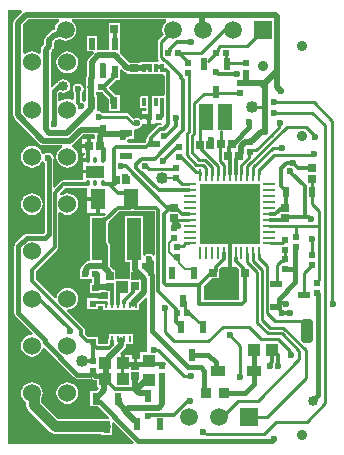
<source format=gbr>
%TF.GenerationSoftware,Altium Limited,Altium Designer,20.2.5 (213)*%
G04 Layer_Physical_Order=1*
G04 Layer_Color=255*
%FSLAX25Y25*%
%MOIN*%
%TF.SameCoordinates,C9AA4840-3426-47ED-90B3-6D3E683A03ED*%
%TF.FilePolarity,Positive*%
%TF.FileFunction,Copper,L1,Top,Signal*%
%TF.Part,Single*%
G01*
G75*
%TA.AperFunction,SMDPad,CuDef*%
%ADD10R,0.02362X0.03937*%
G04:AMPARAMS|DCode=11|XSize=62.99mil|YSize=39.37mil|CornerRadius=3.94mil|HoleSize=0mil|Usage=FLASHONLY|Rotation=0.000|XOffset=0mil|YOffset=0mil|HoleType=Round|Shape=RoundedRectangle|*
%AMROUNDEDRECTD11*
21,1,0.06299,0.03150,0,0,0.0*
21,1,0.05512,0.03937,0,0,0.0*
1,1,0.00787,0.02756,-0.01575*
1,1,0.00787,-0.02756,-0.01575*
1,1,0.00787,-0.02756,0.01575*
1,1,0.00787,0.02756,0.01575*
%
%ADD11ROUNDEDRECTD11*%
G04:AMPARAMS|DCode=12|XSize=11.81mil|YSize=17.72mil|CornerRadius=1.18mil|HoleSize=0mil|Usage=FLASHONLY|Rotation=0.000|XOffset=0mil|YOffset=0mil|HoleType=Round|Shape=RoundedRectangle|*
%AMROUNDEDRECTD12*
21,1,0.01181,0.01535,0,0,0.0*
21,1,0.00945,0.01772,0,0,0.0*
1,1,0.00236,0.00472,-0.00768*
1,1,0.00236,-0.00472,-0.00768*
1,1,0.00236,-0.00472,0.00768*
1,1,0.00236,0.00472,0.00768*
%
%ADD12ROUNDEDRECTD12*%
%ADD13R,0.09646X0.06693*%
%ADD14R,0.00984X0.02362*%
%ADD15R,0.04921X0.03740*%
%ADD16R,0.02480X0.03268*%
%ADD17R,0.03347X0.03543*%
%ADD18R,0.02165X0.02362*%
%ADD19R,0.20472X0.20472*%
%ADD20O,0.04134X0.00984*%
%ADD21O,0.00984X0.04134*%
G04:AMPARAMS|DCode=22|XSize=13.39mil|YSize=29.53mil|CornerRadius=1.34mil|HoleSize=0mil|Usage=FLASHONLY|Rotation=0.000|XOffset=0mil|YOffset=0mil|HoleType=Round|Shape=RoundedRectangle|*
%AMROUNDEDRECTD22*
21,1,0.01339,0.02685,0,0,0.0*
21,1,0.01071,0.02953,0,0,0.0*
1,1,0.00268,0.00535,-0.01343*
1,1,0.00268,-0.00535,-0.01343*
1,1,0.00268,-0.00535,0.01343*
1,1,0.00268,0.00535,0.01343*
%
%ADD22ROUNDEDRECTD22*%
G04:AMPARAMS|DCode=23|XSize=64.17mil|YSize=56.3mil|CornerRadius=5.63mil|HoleSize=0mil|Usage=FLASHONLY|Rotation=0.000|XOffset=0mil|YOffset=0mil|HoleType=Round|Shape=RoundedRectangle|*
%AMROUNDEDRECTD23*
21,1,0.06417,0.04504,0,0,0.0*
21,1,0.05291,0.05630,0,0,0.0*
1,1,0.01126,0.02646,-0.02252*
1,1,0.01126,-0.02646,-0.02252*
1,1,0.01126,-0.02646,0.02252*
1,1,0.01126,0.02646,0.02252*
%
%ADD23ROUNDEDRECTD23*%
G04:AMPARAMS|DCode=24|XSize=39.37mil|YSize=78.74mil|CornerRadius=9.84mil|HoleSize=0mil|Usage=FLASHONLY|Rotation=180.000|XOffset=0mil|YOffset=0mil|HoleType=Round|Shape=RoundedRectangle|*
%AMROUNDEDRECTD24*
21,1,0.03937,0.05906,0,0,180.0*
21,1,0.01968,0.07874,0,0,180.0*
1,1,0.01968,-0.00984,0.02953*
1,1,0.01968,0.00984,0.02953*
1,1,0.01968,0.00984,-0.02953*
1,1,0.01968,-0.00984,-0.02953*
%
%ADD24ROUNDEDRECTD24*%
%ADD25R,0.04724X0.14173*%
%ADD26R,0.04528X0.08661*%
%ADD27R,0.05118X0.07087*%
%ADD28R,0.03937X0.03937*%
%ADD29R,0.02520X0.02677*%
%ADD30R,0.02677X0.02520*%
%ADD31R,0.02362X0.02165*%
%ADD32R,0.03937X0.02362*%
%ADD33R,0.03937X0.03937*%
%ADD34C,0.04000*%
%TA.AperFunction,Conductor*%
%ADD35C,0.01800*%
%ADD36C,0.00800*%
%ADD37C,0.01400*%
%ADD38C,0.01181*%
%ADD39C,0.01200*%
%ADD40C,0.02000*%
%ADD41C,0.01000*%
%ADD42C,0.01500*%
%ADD43C,0.01700*%
%ADD44C,0.00850*%
%ADD45C,0.03500*%
%ADD46C,0.03000*%
%TA.AperFunction,ComponentPad*%
%ADD47C,0.06000*%
%ADD48R,0.05906X0.05906*%
%ADD49C,0.05906*%
%TA.AperFunction,ViaPad*%
%ADD50C,0.03543*%
%ADD51C,0.02362*%
%ADD52C,0.02400*%
%ADD53C,0.03347*%
G36*
X17378Y141650D02*
X16966Y141334D01*
X16397Y140592D01*
X16039Y139727D01*
X15918Y138812D01*
X15848D01*
X15224Y138688D01*
X14694Y138335D01*
X12899Y136539D01*
X12546Y136010D01*
X12421Y135386D01*
Y133962D01*
X11761Y133301D01*
X11407Y132771D01*
X11283Y132147D01*
Y130958D01*
X10683Y130696D01*
X10130Y131121D01*
X9254Y131483D01*
X8314Y131607D01*
X7374Y131483D01*
X6498Y131121D01*
X5931Y130686D01*
X5331Y130933D01*
Y140492D01*
X7089Y142250D01*
X17174D01*
X17378Y141650D01*
D02*
G37*
G36*
X53000Y141437D02*
X52866Y141334D01*
X52297Y140592D01*
X51939Y139727D01*
X51817Y138800D01*
X51939Y137873D01*
X52216Y137202D01*
X50653Y135639D01*
X50410Y135275D01*
X50324Y134846D01*
X50324Y134846D01*
Y129662D01*
X50324Y129662D01*
X50410Y129233D01*
X50653Y128869D01*
X50448Y128285D01*
X50300Y128153D01*
X50120Y128188D01*
X49049D01*
X48763Y128131D01*
X48600Y128023D01*
X48438Y128131D01*
X48151Y128188D01*
X47080D01*
X46794Y128131D01*
X46632Y128023D01*
X46469Y128131D01*
X46183Y128188D01*
X45112D01*
X44826Y128131D01*
X44702Y128049D01*
X44160Y127910D01*
X44160Y127910D01*
Y127910D01*
X44160Y127910D01*
X40687D01*
X37541Y131056D01*
X37621Y131656D01*
X37621D01*
Y136793D01*
X37621D01*
X37710Y137340D01*
X37710Y137340D01*
X37710Y137356D01*
Y141060D01*
X33833D01*
Y137340D01*
X33932D01*
X34059Y136793D01*
X34059D01*
Y131926D01*
X30448D01*
X30141Y132178D01*
Y136793D01*
X26579D01*
Y131656D01*
X28654D01*
X28902Y131056D01*
X27206Y129360D01*
X26853Y128831D01*
X26728Y128207D01*
Y127344D01*
X26579D01*
Y124752D01*
X26547Y124594D01*
Y123381D01*
X26504Y123316D01*
X26380Y122692D01*
Y121283D01*
X26246D01*
Y119951D01*
X26176Y119600D01*
X26246Y119248D01*
Y117917D01*
X26357D01*
Y115024D01*
X25757Y114736D01*
X25395Y114978D01*
X25098Y115037D01*
X25025Y115109D01*
Y117779D01*
X25378Y118307D01*
X25516Y119001D01*
X25378Y119696D01*
X24984Y120286D01*
X24395Y120679D01*
X23700Y120817D01*
X23005Y120679D01*
X22416Y120286D01*
X22022Y119696D01*
X21884Y119001D01*
X22022Y118307D01*
X22375Y117779D01*
Y115723D01*
X21775Y115442D01*
X21065Y115735D01*
X20125Y115859D01*
X19185Y115735D01*
X18309Y115373D01*
X17738Y114934D01*
X17138Y115177D01*
Y117763D01*
X17634Y118140D01*
X17913Y117954D01*
X18800Y117778D01*
X19687Y117954D01*
X20439Y118456D01*
X20941Y119208D01*
X21118Y120095D01*
X20941Y120982D01*
X20439Y121734D01*
X19687Y122237D01*
X18800Y122413D01*
X17913Y122237D01*
X17161Y121734D01*
X16973Y121453D01*
X16950Y121448D01*
X16503Y121150D01*
X16503Y121150D01*
X15145Y119792D01*
X14545Y120041D01*
Y131471D01*
X15206Y132132D01*
X15560Y132661D01*
X15684Y133286D01*
Y134710D01*
X16524Y135550D01*
X16824D01*
X17449Y135674D01*
X17603Y135777D01*
X17708Y135697D01*
X18573Y135339D01*
X19500Y135217D01*
X20427Y135339D01*
X21292Y135697D01*
X22034Y136266D01*
X22603Y137008D01*
X22961Y137873D01*
X23083Y138800D01*
X22961Y139727D01*
X22603Y140592D01*
X22034Y141334D01*
X21622Y141650D01*
X21826Y142250D01*
X53000D01*
Y141437D01*
D02*
G37*
G36*
X38944Y125039D02*
X39473Y124685D01*
X40098Y124561D01*
X40440Y124123D01*
Y124033D01*
X44160D01*
Y124033D01*
X44760Y124108D01*
X44826Y124064D01*
X45112Y124007D01*
X46183D01*
X46469Y124064D01*
X46632Y124172D01*
X46794Y124064D01*
X47080Y124007D01*
X48151D01*
X48438Y124064D01*
X48600Y124172D01*
X48763Y124064D01*
X49049Y124007D01*
X50120D01*
X50406Y124064D01*
X50568Y124172D01*
X50731Y124064D01*
X51017Y124007D01*
X52088D01*
X52571Y123529D01*
Y117249D01*
X52088Y116771D01*
X51017D01*
X50731Y116714D01*
X50568Y116606D01*
X50406Y116714D01*
X50120Y116771D01*
X49049D01*
X49019Y116765D01*
X48969Y116840D01*
X48594Y117091D01*
X48216Y117166D01*
Y114680D01*
X47016D01*
Y117166D01*
X46638Y117091D01*
X46263Y116840D01*
X46213Y116765D01*
X46183Y116771D01*
X45112D01*
X44826Y116714D01*
X44583Y116552D01*
X44420Y116309D01*
X44364Y116023D01*
Y113338D01*
X44420Y113051D01*
X44583Y112809D01*
X44826Y112646D01*
X45112Y112590D01*
X46183D01*
X46184Y112590D01*
X46261Y112523D01*
X46263Y112520D01*
X46270Y112516D01*
X46549Y112274D01*
X46461Y111677D01*
X45098D01*
Y110195D01*
X47280D01*
Y109595D01*
X47879D01*
Y107512D01*
X49461D01*
Y107912D01*
X51209D01*
X51522Y107312D01*
X51384Y107114D01*
X51000D01*
X50536Y107021D01*
X50142Y106758D01*
X50142Y106758D01*
X47126Y103742D01*
X46862Y103348D01*
X46770Y102884D01*
X46475Y102404D01*
X46475D01*
Y101600D01*
X46308Y101488D01*
X45944Y101123D01*
X40178D01*
X39984Y101716D01*
X40378Y102305D01*
X40433Y102582D01*
X42163D01*
Y105429D01*
X42232Y105528D01*
X42763Y105871D01*
X43200Y105784D01*
X43895Y105922D01*
X44484Y106316D01*
X44878Y106905D01*
X44896Y106996D01*
X45098Y107512D01*
X45599Y107512D01*
X46679D01*
Y108994D01*
X44933D01*
X44498Y108863D01*
X44484Y108884D01*
X43895Y109278D01*
X43200Y109416D01*
X42505Y109278D01*
X42207Y109079D01*
X40593Y110693D01*
X40229Y110936D01*
X39800Y111022D01*
X39800Y111022D01*
X31893D01*
X31784Y111184D01*
X31195Y111578D01*
X30581Y111700D01*
X30491Y111726D01*
X30046Y112237D01*
Y116993D01*
X29620D01*
Y117917D01*
X31837D01*
X31877Y117859D01*
X33881Y115854D01*
Y114513D01*
X33964Y114098D01*
Y111856D01*
X37526D01*
Y116993D01*
X36125D01*
X35970Y117226D01*
X33913Y119283D01*
X33872Y119487D01*
X33834Y119544D01*
X36124Y121833D01*
X36374Y122207D01*
X37621D01*
Y125578D01*
X38176Y125807D01*
X38944Y125039D01*
D02*
G37*
G36*
X4925Y144700D02*
X2547Y142322D01*
X2193Y141793D01*
X2069Y141168D01*
Y110315D01*
X2193Y109691D01*
X2547Y109162D01*
X10961Y100747D01*
X11491Y100393D01*
X12115Y100269D01*
X18296D01*
X18416Y99669D01*
X18309Y99625D01*
X17558Y99048D01*
X16980Y98296D01*
X16618Y97420D01*
X16494Y96480D01*
X16618Y95540D01*
X16980Y94665D01*
X17558Y93913D01*
X18309Y93336D01*
X19185Y92973D01*
X20125Y92849D01*
X21065Y92973D01*
X21940Y93336D01*
X22693Y93913D01*
X23270Y94665D01*
X23632Y95540D01*
X23756Y96480D01*
X23632Y97420D01*
X23270Y98296D01*
X22693Y99048D01*
X21940Y99625D01*
X21599Y99766D01*
X21661Y100390D01*
X21675Y100393D01*
X22205Y100747D01*
X25393Y103935D01*
X28915D01*
X29296Y103471D01*
X29280Y103390D01*
Y102360D01*
X27889D01*
Y100100D01*
X27289D01*
Y99500D01*
X24950D01*
Y97840D01*
X25946D01*
X26005Y97240D01*
X25932Y97226D01*
X25562Y96978D01*
X25315Y96609D01*
X25229Y96172D01*
Y96005D01*
X26841D01*
Y94805D01*
X25229D01*
Y94637D01*
X25315Y94201D01*
X25496Y93931D01*
X25331Y93685D01*
X25223Y93141D01*
Y92166D01*
X29400D01*
Y90966D01*
X25223D01*
Y89991D01*
X25331Y89448D01*
X25481Y89223D01*
X25185Y88623D01*
X18800D01*
X18332Y88530D01*
X17935Y88265D01*
X15892Y86222D01*
X15337Y86452D01*
Y95159D01*
X15331Y95191D01*
X15408Y95305D01*
X15546Y96000D01*
X15408Y96695D01*
X15014Y97284D01*
X14425Y97678D01*
X13730Y97816D01*
X13035Y97678D01*
X12446Y97284D01*
X12445Y97282D01*
X11821Y97420D01*
X11459Y98296D01*
X10882Y99048D01*
X10130Y99625D01*
X9254Y99988D01*
X8314Y100111D01*
X7374Y99988D01*
X6498Y99625D01*
X5746Y99048D01*
X5169Y98296D01*
X4807Y97420D01*
X4683Y96480D01*
X4807Y95540D01*
X5169Y94665D01*
X5746Y93913D01*
X6498Y93336D01*
X7374Y92973D01*
X8314Y92849D01*
X9254Y92973D01*
X10130Y93336D01*
X10882Y93913D01*
X11459Y94665D01*
X11573Y94942D01*
X12140Y94997D01*
X12585Y94558D01*
Y71331D01*
X11964Y70710D01*
X6506D01*
X5979Y70606D01*
X5533Y70307D01*
X2827Y67602D01*
X2528Y67155D01*
X2424Y66628D01*
Y44400D01*
X2528Y43873D01*
X2827Y43427D01*
X8562Y37692D01*
X8345Y37192D01*
X8289Y37116D01*
X7374Y36995D01*
X6498Y36633D01*
X5746Y36056D01*
X5169Y35304D01*
X4807Y34428D01*
X4683Y33488D01*
X4807Y32548D01*
X5169Y31672D01*
X5746Y30920D01*
X6498Y30343D01*
X7374Y29981D01*
X8314Y29857D01*
X9254Y29981D01*
X10130Y30343D01*
X10882Y30920D01*
X11459Y31672D01*
X11821Y32548D01*
X11844Y32724D01*
X12413Y32917D01*
X22394Y22935D01*
X22841Y22637D01*
X23368Y22532D01*
X27774D01*
X28264Y22629D01*
X28466Y22427D01*
X28466Y22427D01*
X28912Y22129D01*
X29439Y22024D01*
X30080D01*
Y19831D01*
X30310D01*
X30558Y19231D01*
X29791Y18464D01*
X27749D01*
Y13327D01*
X29828D01*
X29961Y13301D01*
X29961Y13301D01*
X30410D01*
X34141Y9570D01*
X33911Y9015D01*
X31489D01*
Y8996D01*
X16893D01*
X11230Y14658D01*
Y15627D01*
X11459Y15924D01*
X11821Y16800D01*
X11945Y17740D01*
X11821Y18680D01*
X11459Y19556D01*
X10882Y20308D01*
X10130Y20885D01*
X9254Y21247D01*
X8314Y21371D01*
X7374Y21247D01*
X6498Y20885D01*
X5746Y20308D01*
X5169Y19556D01*
X4807Y18680D01*
X4683Y17740D01*
X4807Y16800D01*
X5169Y15924D01*
X5746Y15172D01*
X6438Y14642D01*
Y13666D01*
X6438Y13666D01*
X6621Y12749D01*
X7140Y11971D01*
X14206Y4906D01*
X14206Y4906D01*
X14983Y4386D01*
X15900Y4204D01*
X31489D01*
Y3878D01*
X35051D01*
Y7875D01*
X35605Y8105D01*
X39836Y3875D01*
X39836Y3875D01*
X42410Y1300D01*
X42162Y700D01*
X400Y700D01*
Y145300D01*
X4676D01*
X4925Y144700D01*
D02*
G37*
G36*
X26765Y83043D02*
X30324D01*
Y82443D01*
X30924D01*
Y77900D01*
X32812D01*
X33042Y77345D01*
X32507Y76810D01*
X32357D01*
X32239Y76787D01*
X27632D01*
Y61813D01*
X27414D01*
X26790Y61688D01*
X26261Y61335D01*
X25089Y60163D01*
X24735Y59634D01*
X24626Y59083D01*
X24280D01*
Y55717D01*
X28269D01*
Y54383D01*
X27627D01*
Y51017D01*
X31189D01*
Y51303D01*
X32340D01*
Y51290D01*
X33777D01*
Y49800D01*
X33814Y49610D01*
Y49458D01*
X33714Y49343D01*
X33214Y49042D01*
X32988Y49087D01*
X32988Y49087D01*
X30183D01*
Y49254D01*
X26817D01*
Y45692D01*
X30183D01*
Y46844D01*
X31987D01*
Y45268D01*
X44013D01*
Y47473D01*
X46116Y49576D01*
X46671Y49347D01*
Y38473D01*
X46700Y38325D01*
Y31320D01*
X44398D01*
Y29210D01*
X43400D01*
Y26872D01*
X42200D01*
Y29210D01*
X41720D01*
Y30569D01*
X39351D01*
Y27600D01*
X38151D01*
Y30569D01*
X37960D01*
X37730Y31123D01*
X39154Y32546D01*
X39507Y33075D01*
X39631Y33700D01*
Y33969D01*
X42045D01*
Y37532D01*
X33955D01*
Y35856D01*
X33809Y35638D01*
X33716Y35169D01*
Y34257D01*
X33402Y33943D01*
X30422D01*
X30242Y34123D01*
X30183Y34163D01*
Y36408D01*
X27081D01*
X25953Y37536D01*
Y38692D01*
X25859Y39160D01*
X25594Y39557D01*
X20119Y45033D01*
X20364Y45636D01*
X21065Y45729D01*
X21940Y46091D01*
X22693Y46668D01*
X23270Y47420D01*
X23632Y48296D01*
X23756Y49236D01*
X23632Y50176D01*
X23270Y51052D01*
X22693Y51804D01*
X21940Y52381D01*
X21065Y52743D01*
X20125Y52867D01*
X19185Y52743D01*
X18309Y52381D01*
X17558Y51804D01*
X16980Y51052D01*
X16618Y50176D01*
X16533Y49535D01*
X15900Y49320D01*
X10919Y54301D01*
X10919Y54301D01*
X9623Y55597D01*
Y58393D01*
X16776Y65546D01*
X17041Y65943D01*
X17134Y66411D01*
Y77789D01*
X17734Y78029D01*
X18309Y77587D01*
X19185Y77225D01*
X20125Y77101D01*
X21065Y77225D01*
X21940Y77587D01*
X22693Y78165D01*
X23270Y78917D01*
X23632Y79792D01*
X23756Y80732D01*
X23632Y81672D01*
X23270Y82548D01*
X22693Y83300D01*
X21940Y83877D01*
X21065Y84240D01*
X20125Y84363D01*
X19185Y84240D01*
X18309Y83877D01*
X18054Y83680D01*
X17406Y83940D01*
X17361Y84231D01*
X19307Y86177D01*
X26765D01*
Y83043D01*
D02*
G37*
G36*
X38189Y78300D02*
X44507D01*
Y78316D01*
X49210D01*
Y63728D01*
X48610Y63546D01*
X48584Y63584D01*
X47995Y63978D01*
X47300Y64116D01*
X46605Y63978D01*
X46016Y63584D01*
X45968Y63512D01*
X45368Y63694D01*
Y76787D01*
X39443D01*
Y61413D01*
X40971D01*
Y58810D01*
X40840D01*
Y55817D01*
X36060D01*
Y58710D01*
X35550D01*
X35254Y59153D01*
X34430Y59977D01*
X34431Y59983D01*
Y66698D01*
X34307Y67322D01*
X33953Y67851D01*
X33557Y68248D01*
Y74506D01*
X33878Y74721D01*
X37475Y78318D01*
X38189D01*
Y78300D01*
D02*
G37*
G36*
X77280Y58962D02*
Y48695D01*
X65706D01*
Y53559D01*
X68170Y56022D01*
X68287Y56046D01*
X70736D01*
Y58447D01*
X70760Y58565D01*
Y59120D01*
X71440Y59800D01*
X72000D01*
X76433Y59809D01*
X77280Y58962D01*
D02*
G37*
%LPC*%
G36*
X20125Y131607D02*
X19185Y131483D01*
X18309Y131121D01*
X17558Y130544D01*
X16980Y129792D01*
X16618Y128916D01*
X16494Y127976D01*
X16618Y127036D01*
X16980Y126161D01*
X17558Y125409D01*
X18309Y124832D01*
X19185Y124469D01*
X20125Y124345D01*
X21065Y124469D01*
X21940Y124832D01*
X22693Y125409D01*
X23270Y126161D01*
X23632Y127036D01*
X23756Y127976D01*
X23632Y128916D01*
X23270Y129792D01*
X22693Y130544D01*
X21940Y131121D01*
X21065Y131483D01*
X20125Y131607D01*
D02*
G37*
G36*
X26689Y102360D02*
X24950D01*
Y100700D01*
X26689D01*
Y102360D01*
D02*
G37*
G36*
X8314Y84363D02*
X7374Y84240D01*
X6498Y83877D01*
X5746Y83300D01*
X5169Y82548D01*
X4807Y81672D01*
X4683Y80732D01*
X4807Y79792D01*
X5169Y78917D01*
X5746Y78165D01*
X6498Y77587D01*
X7374Y77225D01*
X8314Y77101D01*
X9254Y77225D01*
X10130Y77587D01*
X10882Y78165D01*
X11459Y78917D01*
X11821Y79792D01*
X11945Y80732D01*
X11821Y81672D01*
X11459Y82548D01*
X10882Y83300D01*
X10130Y83877D01*
X9254Y84240D01*
X8314Y84363D01*
D02*
G37*
G36*
X20125Y21371D02*
X19185Y21247D01*
X18309Y20885D01*
X17558Y20308D01*
X16980Y19556D01*
X16618Y18680D01*
X16494Y17740D01*
X16618Y16800D01*
X16980Y15924D01*
X17558Y15172D01*
X18309Y14595D01*
X19185Y14233D01*
X20125Y14109D01*
X21065Y14233D01*
X21940Y14595D01*
X22693Y15172D01*
X23270Y15924D01*
X23632Y16800D01*
X23756Y17740D01*
X23632Y18680D01*
X23270Y19556D01*
X22693Y20308D01*
X21940Y20885D01*
X21065Y21247D01*
X20125Y21371D01*
D02*
G37*
G36*
X29724Y81843D02*
X26765D01*
Y77900D01*
X29724D01*
Y81843D01*
D02*
G37*
%LPD*%
D10*
X28360Y124776D02*
D03*
X32100D02*
D03*
X35840D02*
D03*
Y134224D02*
D03*
X32100D02*
D03*
X28360D02*
D03*
X61628Y30377D02*
D03*
X57888Y39825D02*
D03*
X65368D02*
D03*
X73289Y127435D02*
D03*
X65808D02*
D03*
X69548Y117987D02*
D03*
X58700Y48276D02*
D03*
X54960Y57724D02*
D03*
X62440D02*
D03*
X37010Y15896D02*
D03*
X29530D02*
D03*
X33270Y6447D02*
D03*
X47100Y16824D02*
D03*
X50840Y7376D02*
D03*
X43360D02*
D03*
X35745Y114424D02*
D03*
X28265D02*
D03*
X32005Y104976D02*
D03*
D11*
X29400Y91566D02*
D03*
D12*
X26841Y87727D02*
D03*
X29400D02*
D03*
X31959D02*
D03*
X26841Y95405D02*
D03*
X29400D02*
D03*
X31959D02*
D03*
D13*
X38000Y41400D02*
D03*
D14*
X33079Y35750D02*
D03*
X35047D02*
D03*
X37016D02*
D03*
X38984D02*
D03*
X40953D02*
D03*
X42921D02*
D03*
X33079Y47050D02*
D03*
X35047D02*
D03*
X37016D02*
D03*
X38984D02*
D03*
X40953D02*
D03*
X42921D02*
D03*
D15*
X82205Y25200D02*
D03*
X70394D02*
D03*
D16*
X101780Y84600D02*
D03*
X93020D02*
D03*
D17*
X66349Y17913D02*
D03*
X72451D02*
D03*
D18*
X101600Y60427D02*
D03*
Y63773D02*
D03*
X28500Y25127D02*
D03*
Y28473D02*
D03*
Y44127D02*
D03*
Y47473D02*
D03*
Y34627D02*
D03*
Y37973D02*
D03*
X96400Y69773D02*
D03*
Y66427D02*
D03*
X51800Y23427D02*
D03*
Y26773D02*
D03*
X81000Y101473D02*
D03*
Y98127D02*
D03*
X79760Y124438D02*
D03*
Y127785D02*
D03*
X60400Y127773D02*
D03*
Y124427D02*
D03*
X57190Y99837D02*
D03*
Y96490D02*
D03*
X56200Y89427D02*
D03*
Y92773D02*
D03*
X92500Y68648D02*
D03*
Y65302D02*
D03*
X77749Y117779D02*
D03*
Y121125D02*
D03*
X103300Y54373D02*
D03*
Y51027D02*
D03*
X92500Y59127D02*
D03*
Y62473D02*
D03*
X56500Y66273D02*
D03*
Y62927D02*
D03*
X55800Y69444D02*
D03*
Y72791D02*
D03*
D19*
X74214Y77426D02*
D03*
D20*
X87305Y87269D02*
D03*
Y85300D02*
D03*
Y83332D02*
D03*
Y81363D02*
D03*
Y79395D02*
D03*
Y77426D02*
D03*
Y75458D02*
D03*
Y73489D02*
D03*
Y71521D02*
D03*
Y69552D02*
D03*
Y67584D02*
D03*
X61124D02*
D03*
Y69552D02*
D03*
Y71521D02*
D03*
Y73489D02*
D03*
Y75458D02*
D03*
Y77426D02*
D03*
Y79395D02*
D03*
Y81363D02*
D03*
Y83332D02*
D03*
Y85300D02*
D03*
Y87269D02*
D03*
D21*
X84057Y64335D02*
D03*
X82088D02*
D03*
X80120D02*
D03*
X78151D02*
D03*
X76183D02*
D03*
X74214D02*
D03*
X72246D02*
D03*
X70277D02*
D03*
X68309D02*
D03*
X66340D02*
D03*
X64372D02*
D03*
Y90517D02*
D03*
X66340D02*
D03*
X68309D02*
D03*
X70277D02*
D03*
X72246D02*
D03*
X74214D02*
D03*
X76183D02*
D03*
X78151D02*
D03*
X80120D02*
D03*
X82088D02*
D03*
X84057D02*
D03*
D22*
X51553Y126098D02*
D03*
X49584D02*
D03*
X47616D02*
D03*
X45647D02*
D03*
X51553Y114680D02*
D03*
X49584D02*
D03*
X47616D02*
D03*
X45647D02*
D03*
D23*
X48600Y120389D02*
D03*
D24*
X100100Y38400D02*
D03*
D25*
X30595Y69100D02*
D03*
X42406D02*
D03*
D26*
X72551Y109800D02*
D03*
X66449D02*
D03*
D27*
X41348Y82443D02*
D03*
X30324D02*
D03*
D28*
X82249Y32200D02*
D03*
X88351D02*
D03*
X38751Y22400D02*
D03*
X32649D02*
D03*
Y27600D02*
D03*
X38751D02*
D03*
D29*
X42700Y53328D02*
D03*
Y56872D02*
D03*
X42800Y23328D02*
D03*
Y26872D02*
D03*
X42300Y122428D02*
D03*
Y125972D02*
D03*
X34200Y53228D02*
D03*
Y56772D02*
D03*
X92600Y79572D02*
D03*
Y76028D02*
D03*
X55500Y79572D02*
D03*
Y76028D02*
D03*
X101700Y92672D02*
D03*
Y89128D02*
D03*
D30*
X32228Y139200D02*
D03*
X35772D02*
D03*
X27289Y100100D02*
D03*
X30832D02*
D03*
X39772Y88700D02*
D03*
X36228D02*
D03*
X64219Y100287D02*
D03*
X67762D02*
D03*
X71319Y100758D02*
D03*
X74862D02*
D03*
X77172Y96900D02*
D03*
X73628D02*
D03*
X75830Y57847D02*
D03*
X79373D02*
D03*
X72341Y57906D02*
D03*
X68798D02*
D03*
D31*
X26061Y52700D02*
D03*
X29408D02*
D03*
X31373Y119600D02*
D03*
X28027D02*
D03*
X47280Y109595D02*
D03*
X50626D02*
D03*
X26061Y57400D02*
D03*
X29408D02*
D03*
X57073Y131200D02*
D03*
X53727D02*
D03*
X73073D02*
D03*
X69727D02*
D03*
X56727Y44500D02*
D03*
X60073D02*
D03*
D32*
X39595Y104363D02*
D03*
Y96883D02*
D03*
X49044Y100623D02*
D03*
X99124Y50300D02*
D03*
X89676Y46560D02*
D03*
Y54040D02*
D03*
D33*
X38300Y53249D02*
D03*
Y59351D02*
D03*
X47367Y22249D02*
D03*
Y28351D02*
D03*
D34*
X51700Y89400D02*
D03*
X81800Y113100D02*
D03*
X24916Y28470D02*
D03*
D35*
X48200Y38473D02*
X60373Y26300D01*
X48020Y57759D02*
X48128Y57652D01*
Y57254D02*
Y57652D01*
Y57254D02*
X48200Y57182D01*
Y38473D02*
Y57182D01*
X48020Y57759D02*
Y61364D01*
X47408Y61977D02*
X48020Y61364D01*
X47408Y61977D02*
Y62040D01*
X47255Y62192D02*
X47408Y62040D01*
X45946Y59970D02*
Y60122D01*
X47192Y61369D01*
Y62192D01*
X47300Y62300D01*
X45946Y59834D02*
X48020Y57759D01*
X45946Y59834D02*
Y59970D01*
X65600Y18662D02*
Y25246D01*
X60373Y26300D02*
X64546D01*
X65600Y25246D01*
X82205Y20906D02*
Y32323D01*
X79213Y17913D02*
X82205Y20906D01*
X72451Y17913D02*
X79213D01*
X69516Y26079D02*
X70394Y25200D01*
X69516Y26079D02*
Y27984D01*
X67123Y30377D02*
X69516Y27984D01*
X61628Y30377D02*
X67123D01*
X65600Y18662D02*
X66349Y17913D01*
X38572Y27265D02*
X46694D01*
D36*
X55117Y68663D02*
X55800Y69346D01*
X55378Y63511D02*
X55414D01*
X56262Y62663D01*
X62637Y56937D02*
Y58068D01*
X55800Y69346D02*
Y69542D01*
X54014Y64875D02*
Y67616D01*
Y64875D02*
X55378Y63511D01*
X54014Y67616D02*
X55061Y68663D01*
X55117D01*
X56262Y62663D02*
X56779Y62146D01*
X59315Y59046D02*
X61659D01*
X57183Y61179D02*
X59315Y59046D01*
X57183Y61179D02*
Y62146D01*
X56779D02*
X57183D01*
X61659Y59046D02*
X62637Y58068D01*
X64372Y89785D02*
Y90517D01*
X64287Y89700D02*
X64372Y89785D01*
X51700Y89400D02*
X56173D01*
D37*
X52314Y54520D02*
X53134Y53700D01*
X52314Y63001D02*
Y77380D01*
X63973Y53700D02*
X64089D01*
X52314Y54520D02*
Y63001D01*
X53134Y53700D02*
X63973D01*
X64059Y47369D02*
Y53670D01*
X52314Y77380D02*
X54755Y79820D01*
X88351Y28012D02*
Y32200D01*
X87500Y27160D02*
X88351Y28012D01*
X87500Y26900D02*
Y27160D01*
X88351Y32200D02*
X90300Y30251D01*
Y26900D02*
Y30251D01*
X90944Y45479D02*
X91460Y44963D01*
X90944Y45479D02*
Y46079D01*
X91460Y44579D02*
Y44963D01*
X90463Y46560D02*
X90944Y46079D01*
X91460Y44579D02*
X91644Y44394D01*
X90754Y47285D02*
X91064Y47595D01*
X92985D01*
X93120Y47460D01*
X92028Y44394D02*
X94400D01*
X90029Y46560D02*
X90463D01*
X67619Y57346D02*
X68159D01*
X68707Y57894D02*
Y58000D01*
X68159Y57346D02*
X68707Y57894D01*
X63973Y53700D02*
X67619Y57346D01*
X78169Y47369D02*
X79373Y48573D01*
Y57847D01*
X64059Y47369D02*
X78169D01*
X93020Y84600D02*
Y84994D01*
Y80210D02*
Y84600D01*
X94400Y91688D02*
X94743Y91344D01*
X95294Y94500D02*
X95303Y94509D01*
X93183Y94500D02*
X95294D01*
X91300Y92617D02*
X93183Y94500D01*
X91300Y86714D02*
Y92617D01*
X97128Y92672D02*
X101700D01*
X95300Y94500D02*
X97128Y92672D01*
X94743Y91157D02*
X99225Y86675D01*
X94743Y91157D02*
Y91344D01*
X37900Y93500D02*
X38084Y93316D01*
X39593D01*
X52384Y103484D02*
X52990D01*
X56200Y106694D02*
Y109400D01*
X52990Y103484D02*
X56200Y106694D01*
X52200Y103300D02*
X52384Y103484D01*
X92775Y79965D02*
X93020Y80210D01*
X39593Y93316D02*
X53089Y79820D01*
X54755D01*
X91879Y79860D02*
Y79965D01*
X89455Y77435D02*
X91879Y79860D01*
X91300Y86714D02*
X93020Y84994D01*
X69548Y124680D02*
X69809D01*
X70388Y124100D01*
X76700D01*
X76800Y124200D01*
X54755Y79820D02*
X55252D01*
X55500Y79572D01*
X100508Y76442D02*
X100842Y76108D01*
X98841Y76442D02*
X100508D01*
X93801D02*
X98841D01*
X99225Y76826D02*
Y86675D01*
X75432Y101021D02*
X75631Y101221D01*
X75392Y101021D02*
X75432D01*
X80785Y108185D02*
X80800Y108200D01*
X23700Y114560D02*
Y119001D01*
Y114560D02*
X24700Y113560D01*
Y113300D02*
Y113560D01*
X31592Y99379D02*
X31959Y99013D01*
D38*
X49732Y79530D02*
X50424Y78838D01*
Y51602D02*
Y78838D01*
Y51602D02*
X50600Y51425D01*
X41933Y80413D02*
X42816Y79530D01*
X49732D01*
X47984Y100623D02*
X48453D01*
X47451D02*
X47984D01*
X49584Y126295D02*
X51553D01*
X47984Y101156D02*
Y102884D01*
X51000Y105900D01*
X52256D01*
X53785Y107429D01*
Y124618D01*
X51651Y125310D02*
X53093D01*
X53785Y124618D01*
X51553Y126098D02*
Y126295D01*
Y125409D02*
Y126098D01*
Y125409D02*
X51651Y125310D01*
X47451Y100623D02*
X47984Y101156D01*
X47174Y100623D02*
X47451D01*
X41269Y80856D02*
Y81943D01*
D39*
X33013Y75587D02*
X36968Y79542D01*
X41062D02*
X41933Y80413D01*
X36968Y79542D02*
X41062D01*
X46450Y99900D02*
X47174Y100623D01*
X35500Y89360D02*
Y99197D01*
X36203Y99900D02*
X46450D01*
X35500Y99197D02*
X36203Y99900D01*
X56171Y44355D02*
Y45854D01*
X41269Y81943D02*
Y83419D01*
X39763Y83449D02*
X41269Y81943D01*
X34111Y87432D02*
X37043Y84500D01*
X31959Y87432D02*
X34111D01*
X56281Y41432D02*
X57888Y39825D01*
X56281Y41432D02*
Y44153D01*
X55671Y10544D02*
X59910Y14783D01*
X60694D02*
X60916Y15006D01*
X59910Y14783D02*
X60694D01*
X48144Y10354D02*
X48334Y10544D01*
X55671D01*
X47322Y10354D02*
X48144D01*
X47100Y10131D02*
X47322Y10354D01*
X69536Y58565D02*
Y59627D01*
X68971Y58000D02*
X69536Y58565D01*
Y59627D02*
X72246Y62336D01*
X73489Y96600D02*
X74070Y97181D01*
X74214Y64335D02*
Y77426D01*
X47035Y109595D02*
X47616Y110176D01*
X31935Y139200D02*
X32100Y139035D01*
X55900Y74208D02*
X56127Y74435D01*
X55800Y72791D02*
Y74435D01*
X48039Y27265D02*
X52300D01*
X32100Y138216D02*
Y139035D01*
Y134224D02*
Y138216D01*
X55800Y72594D02*
Y72791D01*
X68707Y58000D02*
X68971D01*
X28498Y28472D02*
X28500Y28473D01*
X24918Y28472D02*
X28498D01*
X24916Y28470D02*
X24918Y28472D01*
X49168Y95836D02*
X58628Y105297D01*
Y122238D01*
X58117Y122749D02*
X58628Y122238D01*
X58117Y122749D02*
Y123298D01*
X53174Y128242D02*
X58117Y123298D01*
X54308Y132396D02*
X56560Y134647D01*
X53727Y131200D02*
X53825D01*
X54308Y131683D01*
Y132396D01*
X43148Y94027D02*
X44958Y95836D01*
X43148Y92852D02*
Y94027D01*
X44958Y95836D02*
X49168D01*
X36160Y88700D02*
X36228D01*
X35500Y89360D02*
X36160Y88700D01*
X51543Y110020D02*
Y114285D01*
X76183Y61790D02*
Y62868D01*
Y61790D02*
X78635Y59338D01*
Y58507D02*
Y59338D01*
X72246Y62336D02*
Y64335D01*
X74214Y58491D02*
Y64335D01*
X50700Y85300D02*
X60828D01*
X43148Y92852D02*
X50700Y85300D01*
X56281Y44153D02*
X56374D01*
X87609Y77435D02*
X89455D01*
X10054Y53436D02*
X15925Y47565D01*
X24729Y37029D02*
Y38692D01*
X8400Y55090D02*
Y58900D01*
X10054Y53436D02*
X10054D01*
X8400Y55090D02*
X10054Y53436D01*
X15925Y47496D02*
X24729Y38692D01*
X15925Y47496D02*
Y47565D01*
X34939Y33750D02*
Y35169D01*
X33909Y32720D02*
X34939Y33750D01*
X29915Y32720D02*
X33909D01*
X28500Y33258D02*
X29376D01*
X29915Y32720D01*
X34100Y56872D02*
Y58000D01*
Y56872D02*
X34200Y56772D01*
X42058Y52608D02*
X42406D01*
X40613Y50080D02*
X40766D01*
X42040Y51355D02*
Y52590D01*
X42058Y52608D01*
X40766Y50080D02*
X42040Y51355D01*
X38994Y48461D02*
X40613Y50080D01*
X38994Y47631D02*
Y48461D01*
X50600Y51425D02*
X56171Y45854D01*
X78635Y58507D02*
X79141Y58000D01*
X35921Y87432D02*
X36068Y87580D01*
X34111Y87432D02*
X35921D01*
X36689Y88161D02*
Y88200D01*
X36108Y87580D02*
X36689Y88161D01*
X36068Y87580D02*
X36108D01*
X37043Y84500D02*
X39724D01*
X30595Y69100D02*
Y73824D01*
X32357Y75587D02*
X33013D01*
X30595Y73824D02*
X32357Y75587D01*
X11490Y48310D02*
X20844Y38956D01*
Y38452D02*
Y38956D01*
X8300Y49228D02*
X9218Y48310D01*
X11490D01*
X37856Y19206D02*
X37860Y19202D01*
X33062Y22044D02*
X35901Y19206D01*
X37860Y19202D02*
X42700D01*
X35901Y19206D02*
X37856D01*
X87600Y77426D02*
X87609Y77435D01*
X76183Y90812D02*
Y95632D01*
X56560Y134647D02*
X61047D01*
X61300Y134900D01*
X35000Y49800D02*
X35038Y49762D01*
X34200Y52835D02*
X34594D01*
X34821Y52608D01*
Y52084D02*
Y52608D01*
Y52084D02*
X35000Y51905D01*
Y49800D02*
Y51905D01*
X46206Y110176D02*
X46787Y109595D01*
X44024Y110176D02*
X46206D01*
X43700Y110500D02*
X44024Y110176D01*
X18800Y87400D02*
X26809D01*
X15911Y84511D02*
X18800Y87400D01*
X15911Y66411D02*
Y84511D01*
X8400Y58900D02*
X15911Y66411D01*
X24729Y37029D02*
X26747Y35011D01*
X27919D01*
X26809Y87400D02*
X26841Y87432D01*
X28500Y33258D02*
Y34430D01*
X27919Y35011D02*
X28500Y34430D01*
X58457Y77426D02*
X60828D01*
X56321Y79562D02*
X58457Y77426D01*
X55800Y74435D02*
Y75625D01*
X74600Y53390D02*
Y53475D01*
X26841Y95700D02*
Y99652D01*
X27289Y100100D01*
X39763Y83449D02*
Y84926D01*
X41269Y83419D01*
X47616Y110176D02*
Y114483D01*
X46787Y109595D02*
X47035D01*
X37387Y52705D02*
X38500D01*
X37250Y52568D02*
X37387Y52705D01*
X37250Y51717D02*
Y52568D01*
X37016Y51484D02*
X37250Y51717D01*
X37016Y47306D02*
Y51484D01*
X35038Y47315D02*
X35047Y47306D01*
X35038Y47315D02*
Y49762D01*
X33062Y22044D02*
Y22300D01*
X28500Y28965D02*
Y33000D01*
X87600Y75458D02*
X91629D01*
X74911Y100461D02*
Y100539D01*
X74070Y97181D02*
Y99620D01*
X74911Y100461D01*
X74214Y90812D02*
Y95835D01*
X73489Y96561D02*
X74214Y95835D01*
X73489Y96561D02*
Y96600D01*
X35105Y114513D02*
X35784Y113834D01*
X35105Y114513D02*
Y116361D01*
X32742Y118724D02*
X35105Y116361D01*
X32742Y118724D02*
Y119019D01*
X32161Y119600D02*
X32742Y119019D01*
X47367Y27938D02*
X48039Y27265D01*
X35840Y134224D02*
Y138381D01*
X36039Y138579D01*
Y138973D01*
X35840Y134224D02*
X35900Y134284D01*
X36039Y138973D02*
X36265Y139200D01*
X35259Y122698D02*
Y124195D01*
X32161Y119600D02*
X35259Y122698D01*
X31865Y119600D02*
X32161D01*
X35259Y124195D02*
X35840Y124776D01*
X41202Y71500D02*
X42100Y70602D01*
D40*
X84600Y121027D02*
X86032D01*
X79700D02*
X84600D01*
X85925Y119702D02*
Y120920D01*
X84600Y121027D02*
X85925Y119702D01*
Y105131D02*
Y119702D01*
X89953Y124948D02*
Y143445D01*
Y119672D02*
Y124948D01*
X86032Y121027D02*
X89953Y124948D01*
Y125000D01*
X41937Y47306D02*
Y47704D01*
X45560Y51327D01*
Y55840D01*
X42602Y58798D02*
X45560Y55840D01*
X30398Y69100D02*
X32800Y66698D01*
X51700Y19900D02*
X51732Y19932D01*
X40258Y12913D02*
X50528D01*
X51700Y14084D01*
Y19900D01*
X33062Y23400D02*
Y27756D01*
X39190Y11844D02*
X40258Y12913D01*
X65100Y143881D02*
X89516D01*
X89953Y119672D02*
X91194Y118430D01*
X91263D01*
X85925Y120920D02*
X86032Y121027D01*
X85931Y104967D02*
Y105125D01*
X85925Y105131D02*
X85931Y105125D01*
X84628Y104731D02*
X85931D01*
X79760Y121087D02*
Y124438D01*
X77749Y121027D02*
X79700D01*
X32083Y104204D02*
X40185D01*
X77292Y96820D02*
Y96942D01*
X24717Y105566D02*
X32005D01*
X30911Y100100D02*
Y103390D01*
X79700Y121027D02*
X79760Y121087D01*
X33062Y22556D02*
Y23400D01*
X26061Y57400D02*
X26160D01*
X26243Y57483D01*
Y59009D01*
X27414Y60181D01*
X31919D01*
X12900Y105672D02*
X14072Y104500D01*
X19974D01*
X12900Y110309D02*
X12914Y110323D01*
X12900Y105672D02*
Y110309D01*
X3700Y110315D02*
X12115Y101900D01*
X21051D02*
X24717Y105566D01*
X42602Y58798D02*
Y68102D01*
X47111Y22662D02*
X47367D01*
X43149Y18700D02*
X47111Y22662D01*
X32468Y21705D02*
X33062Y22300D01*
X81000Y101473D02*
Y101580D01*
Y101375D02*
Y101473D01*
X51732Y19932D02*
Y23359D01*
X51800Y23427D01*
X77292Y96942D02*
X78069Y97719D01*
X79241Y101292D02*
X80917D01*
X78069Y97719D02*
Y100121D01*
X79241Y101292D01*
X14053Y133286D02*
Y135386D01*
X12914Y132147D02*
X14053Y133286D01*
X12914Y110323D02*
Y132147D01*
X32649Y27600D02*
X33617Y28569D01*
Y29317D02*
X38000Y33700D01*
X33617Y28569D02*
Y29317D01*
X38000Y33700D02*
Y35495D01*
X31919Y60181D02*
X32602D01*
X31919D02*
X34100Y58000D01*
X32602Y60181D02*
X32800Y59983D01*
X37191Y14259D02*
Y15714D01*
X37010Y15896D02*
X37191Y15714D01*
Y14259D02*
X39398Y12052D01*
X29530Y15896D02*
X32468Y18834D01*
X80917Y101292D02*
X81000Y101375D01*
Y101580D02*
X81119Y101699D01*
X81596D01*
X42319Y126192D02*
X42500Y126011D01*
X40098Y126192D02*
X42319D01*
X27830Y119600D02*
X28011Y119781D01*
X27807Y119600D02*
X27988Y119419D01*
X47164Y126331D02*
X47252Y126244D01*
X42700Y19202D02*
Y22935D01*
Y19149D02*
Y19202D01*
X45505Y126153D02*
X45684Y126331D01*
X27807Y119600D02*
X27830D01*
X14053Y135386D02*
X15848Y137181D01*
X12115Y101900D02*
X21051D01*
X42602Y68102D02*
Y69100D01*
X28011Y119781D02*
Y120952D01*
X28011Y120953D02*
Y122692D01*
X28011Y120952D02*
X28011Y120953D01*
Y122692D02*
X28179Y122859D01*
Y124594D01*
X28360Y124776D01*
Y128207D01*
X27988Y114071D02*
Y119419D01*
Y114071D02*
X28225Y113834D01*
X81596Y101699D02*
X84628Y104731D01*
X85931D02*
X86000Y104800D01*
X6413Y143881D02*
X65100D01*
Y139100D02*
X65400Y138800D01*
X65100Y139100D02*
Y143881D01*
X28360Y128207D02*
X30448Y130295D01*
X35995D02*
X40098Y126192D01*
X30448Y130295D02*
X35995D01*
X19974Y104500D02*
X27946Y112472D01*
X3700Y110315D02*
Y141168D01*
X18443Y138800D02*
X19500D01*
X16824Y137181D02*
X18443Y138800D01*
X15848Y137181D02*
X16824D01*
X27946Y112472D02*
Y113554D01*
X28225Y113834D01*
X3700Y141168D02*
X6413Y143881D01*
X42642Y126153D02*
X45505D01*
X45684Y126331D02*
X47164D01*
X31904Y104383D02*
X32083Y104204D01*
X30911Y103390D02*
X31904Y104383D01*
X32800Y59983D02*
Y66698D01*
X30430Y52935D02*
X34200D01*
X30195Y52700D02*
X30430Y52935D01*
X29900Y52700D02*
X30195D01*
X29900D02*
Y57400D01*
X39190Y11844D02*
X42690Y8344D01*
X47100Y16824D02*
Y17612D01*
X46919Y17793D02*
X47100Y17612D01*
X44056Y17793D02*
X46919D01*
X43149Y18700D02*
X44056Y17793D01*
X42700Y19149D02*
X43149Y18700D01*
X42690Y8344D02*
X43159D01*
X43340Y8163D01*
X32468Y18834D02*
Y21705D01*
D41*
X53983Y28410D02*
X59080Y23312D01*
X61274D01*
X97483Y28982D02*
Y31817D01*
X99600Y22900D02*
Y31963D01*
X91700Y37600D02*
X97483Y31817D01*
X92147Y39416D02*
X99600Y31963D01*
X77022Y15000D02*
X83500D01*
X71622Y9600D02*
X77022Y15000D01*
X83500D02*
X97483Y28982D01*
X94254Y30577D02*
X94515Y30317D01*
X87784Y39416D02*
X92147D01*
X85000Y42200D02*
Y58831D01*
Y42200D02*
X87784Y39416D01*
X94254Y30577D02*
Y31845D01*
X84500Y35900D02*
X90200D01*
X94254Y31845D01*
X87000Y37600D02*
X91700D01*
X83400Y41200D02*
X87000Y37600D01*
X80700Y39700D02*
X84500Y35900D01*
X89263Y41800D02*
X98800D01*
X86607Y44456D02*
X89263Y41800D01*
X86500Y9800D02*
X99600Y22900D01*
X80600Y9600D02*
X80800Y9800D01*
X86500D01*
X98800Y41800D02*
X99400Y41200D01*
X53983Y28410D02*
Y28410D01*
X50453Y31939D02*
X53983Y28410D01*
X53983D02*
X53983D01*
X65183Y41294D02*
X65384Y41093D01*
X63874Y41294D02*
X65183D01*
X61965Y43202D02*
X63874Y41294D01*
X61965Y43202D02*
Y43202D01*
X58700Y49063D02*
X59381Y48382D01*
Y45794D02*
Y48382D01*
Y45794D02*
X60925Y44250D01*
X55797Y34982D02*
X67138D01*
X71856Y39700D01*
X80700D01*
X74302Y36935D02*
Y36935D01*
X77700Y23065D02*
Y33537D01*
X74302Y36935D02*
X77700Y33537D01*
Y23065D02*
X77829Y22936D01*
X83400Y41200D02*
Y58168D01*
X86607Y44456D02*
Y55677D01*
X82099Y61732D02*
X85000Y58831D01*
X86607Y55677D02*
X86638Y55708D01*
Y60209D01*
X84276Y62572D02*
X86638Y60209D01*
X85547Y3947D02*
X89800Y8200D01*
X99900D02*
X106000Y14300D01*
X89800Y8200D02*
X99900D01*
X92500Y62375D02*
Y65400D01*
X89863Y54040D02*
Y60309D01*
X91917Y61792D02*
X92500Y62375D01*
X89863Y60309D02*
X91346Y61792D01*
X91917D01*
X80121Y61447D02*
X83400Y58168D01*
X104075Y55500D02*
Y73375D01*
X49000Y32200D02*
X49261Y31939D01*
X50453D01*
X52542Y38237D02*
Y46116D01*
Y38237D02*
X55797Y34982D01*
X74911Y100539D02*
X75392Y101021D01*
X56520Y74872D02*
X57106Y75458D01*
X55800Y74435D02*
X56127D01*
X47111Y27938D02*
X47367D01*
X42831Y35585D02*
Y38144D01*
X38338Y22300D02*
Y27500D01*
X38572Y27265D01*
X89953Y143445D02*
X90016Y143381D01*
X89516Y143881D02*
X89953Y143445D01*
X92994Y75635D02*
X93801Y76442D01*
X92600Y75635D02*
X92994D01*
X30911Y100061D02*
Y100100D01*
X66253Y3947D02*
X85547D01*
X56500Y62901D02*
X57083Y62318D01*
X56500Y62901D02*
Y62927D01*
X64372Y90517D02*
Y91468D01*
X56200Y89525D02*
X58366Y87359D01*
X56173Y89400D02*
X56200Y89427D01*
X104075Y73375D02*
Y78329D01*
X53032Y128242D02*
X53174D01*
X51446Y129662D02*
X52433Y128674D01*
X52599D02*
X53032Y128242D01*
X52433Y128674D02*
X52599D01*
X73289Y126648D02*
Y127005D01*
X73970Y127686D02*
X79760D01*
X73289Y127005D02*
X73970Y127686D01*
X80121Y93254D02*
X93367Y106500D01*
X99500D02*
X102600Y103400D01*
X93367Y106500D02*
X99500D01*
X47021Y92747D02*
X47063D01*
X45945Y93455D02*
X46313D01*
X47021Y92747D01*
X101780Y84600D02*
Y89048D01*
X101700Y89128D02*
X101780Y89048D01*
X96400Y73375D02*
Y73386D01*
Y69773D02*
Y73375D01*
X103930D01*
X88887Y73481D02*
X88897Y73471D01*
X87305Y73489D02*
X87313Y73481D01*
X88887D01*
X88897Y73471D02*
X96315D01*
X96400Y73386D01*
X47063Y92747D02*
X47234Y92576D01*
X99100Y50981D02*
Y57828D01*
X99124Y50880D02*
Y51466D01*
X98776Y50648D02*
Y50657D01*
X97934Y50300D02*
X99124D01*
X98776Y50657D02*
X99100Y50981D01*
X75392Y101021D02*
X75592Y101221D01*
X75631D01*
X89095Y97100D02*
X102100D01*
X80120Y64335D02*
X80121Y64334D01*
Y61447D02*
Y64334D01*
X82088Y64335D02*
X82096Y64328D01*
Y62753D02*
Y64328D01*
Y62753D02*
X82099Y62750D01*
Y61732D02*
Y62750D01*
X57190Y96490D02*
X57935D01*
X66340Y90517D02*
Y92800D01*
X62977Y93880D02*
X65260D01*
X66340Y92800D01*
X70269Y90524D02*
Y93531D01*
X68301Y90524D02*
Y93102D01*
X64470Y99330D02*
X70269Y93531D01*
X65923Y95480D02*
X68301Y93102D01*
Y90524D02*
X68309Y90517D01*
X64020Y95480D02*
X65923D01*
X70269Y90524D02*
X70277Y90517D01*
X71008Y95078D02*
Y100219D01*
Y95078D02*
X72241Y93846D01*
X71008Y100219D02*
X71289Y100500D01*
X72241Y90522D02*
X72246Y90517D01*
X72241Y90522D02*
Y93846D01*
X80120Y90517D02*
X80121Y90518D01*
Y93254D01*
X82095Y90524D02*
Y92965D01*
X88511Y99381D01*
X82088Y90517D02*
X82095Y90524D01*
X51446Y129662D02*
Y134846D01*
X55400Y138800D01*
X101780Y80624D02*
Y84600D01*
X30500Y109900D02*
X39800D01*
X69665Y131203D02*
X69818D01*
X70398Y131783D01*
Y132914D01*
X70983Y133500D01*
X80100D01*
X98841Y76442D02*
X99225Y76826D01*
X80100Y133500D02*
X85400Y138800D01*
X76183Y95632D02*
X77111Y96561D01*
X78151Y90812D02*
Y93683D01*
X77111Y96561D02*
Y96600D01*
X80561Y96092D02*
Y97581D01*
X78151Y93683D02*
X80561Y96092D01*
X64470Y99330D02*
Y99819D01*
X62867Y91558D02*
X64281D01*
X64372Y91468D01*
X57935Y96490D02*
X62867Y91558D01*
X60925Y44243D02*
Y44250D01*
Y44243D02*
X61965Y43202D01*
X62385Y104386D02*
Y114385D01*
X65500Y117500D01*
X67888D01*
X66883Y128429D02*
X69235Y130781D01*
X69244D01*
X69665Y131203D01*
X64700Y131200D02*
X72300Y138800D01*
X75400D01*
X51919Y95220D02*
Y95519D01*
X57200Y100178D02*
Y100276D01*
X56814Y99792D02*
X57200Y100178D01*
X56192Y99792D02*
X56814D01*
X51919Y95519D02*
X56192Y99792D01*
X47234Y92576D02*
X56200D01*
X69548Y118774D02*
X70445Y117877D01*
X77749D01*
X67890Y117502D02*
X68474D01*
X67888Y117500D02*
X67890Y117502D01*
X63789Y100500D02*
X64470Y101181D01*
Y101788D01*
X64488Y101806D01*
Y108140D01*
X65749Y109400D01*
X71289Y100500D02*
Y105195D01*
X89200Y114700D02*
X102235D01*
X108400Y47600D02*
Y108535D01*
X102235Y114700D02*
X108400Y108535D01*
X106000Y14300D02*
Y107000D01*
X89000Y111200D02*
X101800D01*
X106000Y107000D01*
X84057Y92190D02*
X84147Y92280D01*
X84276D02*
X89095Y97100D01*
X84057Y90812D02*
Y92190D01*
X84147Y92280D02*
X84276D01*
X84057Y62662D02*
X84147Y62572D01*
X84057Y62662D02*
Y64040D01*
X84147Y62572D02*
X84276D01*
X55900Y66175D02*
X56286Y66561D01*
X56632D01*
X59360Y67493D02*
X59450Y67584D01*
X56872Y66800D02*
X58774D01*
X56632Y66561D02*
X56872Y66800D01*
X59360Y67386D02*
Y67493D01*
X58774Y66800D02*
X59360Y67386D01*
X59450Y67584D02*
X60828D01*
X101600Y63872D02*
Y69050D01*
X101780Y80624D02*
X104075Y78329D01*
X88281Y103855D02*
Y103855D01*
X90739Y107439D02*
X91000Y107700D01*
X88281Y103855D02*
X90739Y106313D01*
Y107439D01*
X83064Y98638D02*
X88281Y103855D01*
X56876Y131200D02*
X57361D01*
X57654D01*
X64700D01*
X63789Y100500D02*
X64470Y99819D01*
X61497Y98003D02*
X64020Y95480D01*
X59897Y96961D02*
X62977Y93880D01*
X61497Y103498D02*
X62385Y104386D01*
X60785Y105049D02*
Y123845D01*
X59897Y104161D02*
X60785Y105049D01*
X59897Y96961D02*
Y104161D01*
X60400Y124230D02*
X60785Y123845D01*
X57654Y130716D02*
X59522Y128848D01*
X59620D01*
X61497Y98003D02*
Y103498D01*
X99100Y57828D02*
X101600Y60328D01*
X81618Y98638D02*
X83064D01*
X42100Y107600D02*
X43200D01*
X39800Y109900D02*
X42100Y107600D01*
X108400Y47600D02*
X108600Y47400D01*
X70600Y9600D02*
X71622D01*
X60400Y127970D02*
Y128068D01*
X59620Y128848D02*
X60400Y128068D01*
X102100Y97100D02*
X102300Y97300D01*
X30911Y100061D02*
X31592Y99379D01*
X31592D01*
X88511Y99381D02*
X91600D01*
X69548Y118577D02*
Y118774D01*
X68474Y117502D02*
X69548Y118577D01*
X100842Y76108D02*
X101203Y75747D01*
X81000Y98020D02*
X81618Y98638D01*
X80561Y97581D02*
X81000Y98020D01*
X58366Y87359D02*
X60738D01*
X73116Y126821D02*
X73289Y126648D01*
X72832Y131211D02*
X73116Y130927D01*
Y126821D02*
Y130927D01*
X56200Y89525D02*
Y89624D01*
X60738Y87359D02*
X60828Y87269D01*
X42831Y35585D02*
X42921Y35495D01*
X41936Y39039D02*
X42831Y38144D01*
X42921Y32128D02*
Y35495D01*
X46694Y27265D02*
X47367Y27938D01*
X56127Y74435D02*
X56194D01*
X56520Y74761D01*
Y74872D01*
X57106Y75458D02*
X60828D01*
X87600Y67584D02*
X91534D01*
X92500Y68550D01*
X28500Y47965D02*
X32988D01*
X33079Y47875D01*
Y47306D02*
Y47875D01*
D42*
X102100Y15500D02*
X103600Y17000D01*
X103300Y51027D02*
X103600Y50727D01*
Y17000D02*
Y50727D01*
X6506Y69334D02*
X12534D01*
X13961Y70761D01*
Y95159D01*
X88367Y1900D02*
X88867Y2400D01*
X43757Y1900D02*
X88367D01*
X88867Y2400D02*
X89100D01*
X17476Y120176D02*
X18719D01*
X15687Y107281D02*
Y107698D01*
X15761Y118461D02*
X17476Y120176D01*
X18719D02*
X18800Y120095D01*
X15761Y107772D02*
Y118461D01*
X15687Y107698D02*
X15761Y107772D01*
X33062Y22300D02*
Y22556D01*
X32218Y23400D02*
X33062Y22556D01*
X13895Y95225D02*
X13961Y95159D01*
X13730Y96000D02*
X13895Y95835D01*
Y95225D02*
Y95835D01*
X29439Y23400D02*
X32218D01*
X28500Y24339D02*
X29439Y23400D01*
X29530Y15108D02*
Y15896D01*
Y15108D02*
X29961Y14677D01*
X30980D01*
X40809Y4848D01*
X102100Y15000D02*
Y15500D01*
X3800Y66628D02*
X6506Y69334D01*
X12650Y34626D02*
Y35550D01*
X3800Y44400D02*
Y66628D01*
Y44400D02*
X12650Y35550D01*
X23368Y23908D02*
X27774D01*
X12650Y34626D02*
X23368Y23908D01*
X40809Y4848D02*
Y4848D01*
Y4848D02*
X43757Y1900D01*
X31914Y126744D02*
X32007Y126651D01*
Y124869D02*
Y126651D01*
Y124869D02*
X32100Y124776D01*
X31959Y95700D02*
Y99013D01*
X28500Y24339D02*
Y24635D01*
D43*
X92500Y59217D02*
X95854D01*
X75631Y101221D02*
X80785Y106374D01*
Y108185D01*
X96137Y54606D02*
Y59500D01*
X90029Y46560D02*
X90754Y47285D01*
Y49222D02*
X96137Y54606D01*
X90754Y47285D02*
Y49222D01*
X96137Y59500D02*
Y65672D01*
X95854Y59217D02*
X96137Y59500D01*
Y65672D02*
X96400Y65935D01*
D44*
X81800Y113100D02*
X85293D01*
D45*
X8834Y13666D02*
X15900Y6600D01*
X32500D01*
X8834Y13666D02*
Y17609D01*
D46*
X20111Y64165D02*
Y64976D01*
D47*
X20125Y127976D02*
D03*
Y112228D02*
D03*
Y96480D02*
D03*
Y80732D02*
D03*
Y64984D02*
D03*
Y49236D02*
D03*
Y33488D02*
D03*
Y17740D02*
D03*
X8314Y127976D02*
D03*
Y112228D02*
D03*
Y96480D02*
D03*
Y80732D02*
D03*
Y64984D02*
D03*
Y49236D02*
D03*
Y33488D02*
D03*
Y17740D02*
D03*
D48*
X85400Y138800D02*
D03*
X80600Y9600D02*
D03*
X9500Y138800D02*
D03*
D49*
X75400D02*
D03*
X65400D02*
D03*
X55400D02*
D03*
X45400D02*
D03*
X70600Y9600D02*
D03*
X60600D02*
D03*
X19500Y138800D02*
D03*
D50*
X85293Y126597D02*
D03*
X98400Y3703D02*
D03*
Y103500D02*
D03*
Y133500D02*
D03*
D51*
X47300Y62300D02*
D03*
X36100Y67800D02*
D03*
X35100Y73800D02*
D03*
X45946Y59970D02*
D03*
X61274Y23312D02*
D03*
X94515Y30317D02*
D03*
X90300Y26900D02*
D03*
X87500D02*
D03*
X91644Y44394D02*
D03*
X93120Y47460D02*
D03*
X94400Y44394D02*
D03*
X49000Y32200D02*
D03*
X47100Y10131D02*
D03*
X60916Y15006D02*
D03*
X74302Y36935D02*
D03*
X74435Y54940D02*
D03*
X68100Y52300D02*
D03*
X71300Y50000D02*
D03*
X52542Y46116D02*
D03*
X77829Y22936D02*
D03*
X1600Y102100D02*
D03*
X4200Y104938D02*
D03*
X1600D02*
D03*
X4200Y102100D02*
D03*
X1600Y99262D02*
D03*
X4200D02*
D03*
X4600Y86724D02*
D03*
X2000D02*
D03*
X10000Y72200D02*
D03*
X7200D02*
D03*
Y75300D02*
D03*
X4300D02*
D03*
X15000Y57000D02*
D03*
X11000D02*
D03*
X17000Y55000D02*
D03*
X54960Y58593D02*
D03*
X89100Y2400D02*
D03*
X72900Y85600D02*
D03*
X15687Y107281D02*
D03*
X36500Y60832D02*
D03*
X102600Y103200D02*
D03*
X48020Y57759D02*
D03*
X68094Y102006D02*
D03*
X94400Y91688D02*
D03*
X95303Y94509D02*
D03*
X49800Y122300D02*
D03*
Y118800D02*
D03*
X13730Y96000D02*
D03*
X45945Y93455D02*
D03*
X78900Y75533D02*
D03*
X37900Y93500D02*
D03*
X52200Y103300D02*
D03*
X16100Y131400D02*
D03*
X13000Y55000D02*
D03*
X91300Y118300D02*
D03*
X102300Y97300D02*
D03*
X91600Y99381D02*
D03*
X30500Y109900D02*
D03*
X46675Y122300D02*
D03*
Y118800D02*
D03*
X20844Y38452D02*
D03*
X56200Y109400D02*
D03*
X61300Y134900D02*
D03*
X40300Y140900D02*
D03*
X72900Y81000D02*
D03*
X101600Y69050D02*
D03*
X65400Y4800D02*
D03*
X89000Y114700D02*
D03*
Y111200D02*
D03*
X56981Y73283D02*
D03*
X78900Y85600D02*
D03*
X78898Y80681D02*
D03*
X66900D02*
D03*
Y75533D02*
D03*
X72900D02*
D03*
X66900Y85600D02*
D03*
X41700Y131593D02*
D03*
X42400Y129300D02*
D03*
X31914Y126744D02*
D03*
X15700Y126000D02*
D03*
X27800Y140500D02*
D03*
X30300D02*
D03*
X32100Y138216D02*
D03*
X80800Y108200D02*
D03*
X72900Y70500D02*
D03*
X44200Y131300D02*
D03*
X40300Y138100D02*
D03*
X27800D02*
D03*
X22400Y132200D02*
D03*
Y134800D02*
D03*
X19500Y133100D02*
D03*
X17000Y134400D02*
D03*
X23700Y119001D02*
D03*
X24700Y113300D02*
D03*
X76800Y124200D02*
D03*
X69548Y124680D02*
D03*
X86000Y104800D02*
D03*
X38700Y103000D02*
D03*
X43200Y107600D02*
D03*
X66900Y70500D02*
D03*
X78900D02*
D03*
X4600Y89562D02*
D03*
X2000Y92400D02*
D03*
X4600D02*
D03*
X2000Y89562D02*
D03*
X4300Y72200D02*
D03*
X10000Y75300D02*
D03*
X51919Y95220D02*
D03*
X13000Y59000D02*
D03*
X15000Y53000D02*
D03*
X101203Y75747D02*
D03*
X91000Y107700D02*
D03*
X108600Y47400D02*
D03*
D52*
X39367Y89898D02*
D03*
X40970Y114028D02*
D03*
X42058Y111828D02*
D03*
D53*
X102100Y15000D02*
D03*
X18800Y120095D02*
D03*
%TF.MD5,2f8d86526d0850137c1e50cd8a9d856e*%
M02*

</source>
